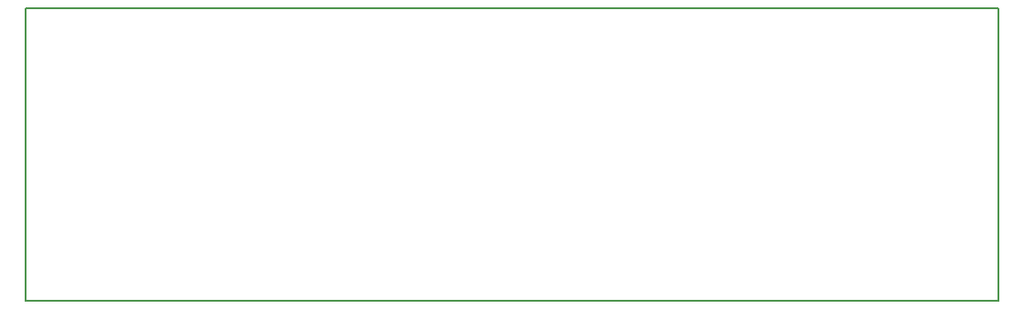
<source format=gm1>
G04 MADE WITH FRITZING*
G04 WWW.FRITZING.ORG*
G04 DOUBLE SIDED*
G04 HOLES PLATED*
G04 CONTOUR ON CENTER OF CONTOUR VECTOR*
%ASAXBY*%
%FSLAX23Y23*%
%MOIN*%
%OFA0B0*%
%SFA1.0B1.0*%
%ADD10R,3.555070X1.074970*%
%ADD11C,0.008000*%
%ADD10C,0.008*%
%LNCONTOUR*%
G90*
G70*
G54D10*
G54D11*
X4Y1071D02*
X3551Y1071D01*
X3551Y4D01*
X4Y4D01*
X4Y1071D01*
D02*
G04 End of contour*
M02*
</source>
